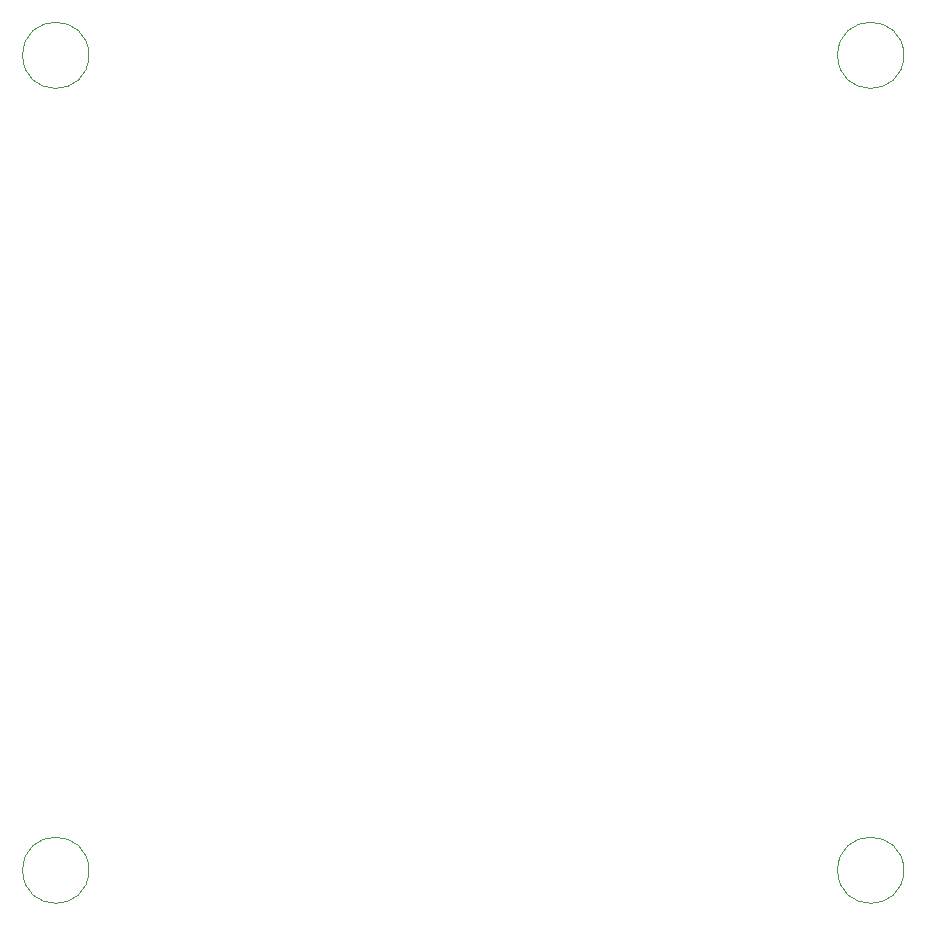
<source format=gko>
G04*
G04 #@! TF.GenerationSoftware,Altium Limited,Altium Designer,20.1.12 (249)*
G04*
G04 Layer_Color=16711935*
%FSLAX44Y44*%
%MOMM*%
G71*
G04*
G04 #@! TF.SameCoordinates,CC81BD5A-250F-4E5F-800E-8ED098A84927*
G04*
G04*
G04 #@! TF.FilePolarity,Positive*
G04*
G01*
G75*
%ADD73C,0.1000*%
D73*
X58000Y30000D02*
G03*
X58000Y30000I-28000J0D01*
G01*
X748000D02*
G03*
X748000Y30000I-28000J0D01*
G01*
Y720000D02*
G03*
X748000Y720000I-28000J0D01*
G01*
X58000D02*
G03*
X58000Y720000I-28000J0D01*
G01*
M02*

</source>
